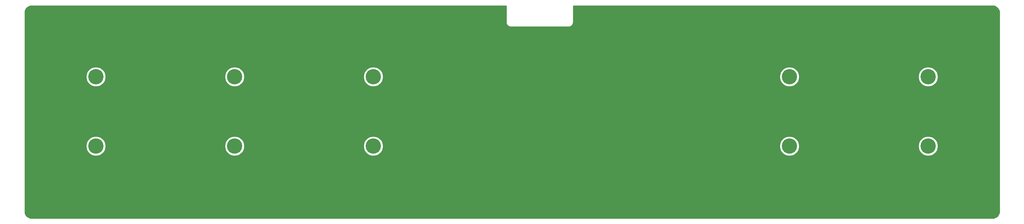
<source format=gbr>
G04 #@! TF.GenerationSoftware,KiCad,Pcbnew,(5.1.7)-1*
G04 #@! TF.CreationDate,2021-01-09T22:52:11+09:00*
G04 #@! TF.ProjectId,barracuda_bottom,62617272-6163-4756-9461-5f626f74746f,rev?*
G04 #@! TF.SameCoordinates,Original*
G04 #@! TF.FileFunction,Copper,L1,Top*
G04 #@! TF.FilePolarity,Positive*
%FSLAX46Y46*%
G04 Gerber Fmt 4.6, Leading zero omitted, Abs format (unit mm)*
G04 Created by KiCad (PCBNEW (5.1.7)-1) date 2021-01-09 22:52:11*
%MOMM*%
%LPD*%
G01*
G04 APERTURE LIST*
G04 #@! TA.AperFunction,ComponentPad*
%ADD10C,4.200000*%
G04 #@! TD*
G04 #@! TA.AperFunction,NonConductor*
%ADD11C,0.254000*%
G04 #@! TD*
G04 #@! TA.AperFunction,NonConductor*
%ADD12C,0.100000*%
G04 #@! TD*
G04 APERTURE END LIST*
D10*
X250025000Y-78575000D03*
X288125000Y-78575000D03*
X97625000Y-59525000D03*
X97625000Y-78575000D03*
X288125000Y-59525000D03*
X135725000Y-59525000D03*
X250025000Y-59525000D03*
X135725000Y-78575000D03*
X59525000Y-78575000D03*
X59525000Y-59525000D03*
D11*
X172186513Y-40030666D02*
X172187000Y-40035301D01*
X172187001Y-44545919D01*
X172189758Y-44573910D01*
X172189731Y-44577755D01*
X172190631Y-44586926D01*
X172203586Y-44710177D01*
X172215615Y-44768774D01*
X172226822Y-44827528D01*
X172229486Y-44836350D01*
X172266133Y-44954738D01*
X172289308Y-45009868D01*
X172311722Y-45065347D01*
X172316049Y-45073483D01*
X172374992Y-45182498D01*
X172408437Y-45232082D01*
X172441197Y-45282145D01*
X172447022Y-45289286D01*
X172526018Y-45384776D01*
X172568467Y-45426930D01*
X172610315Y-45469665D01*
X172617416Y-45475539D01*
X172713455Y-45553867D01*
X172763281Y-45586972D01*
X172812638Y-45620767D01*
X172820744Y-45625150D01*
X172930167Y-45683332D01*
X172985459Y-45706121D01*
X173040455Y-45729693D01*
X173049258Y-45732418D01*
X173167899Y-45768237D01*
X173226583Y-45779857D01*
X173285094Y-45792294D01*
X173294250Y-45793256D01*
X173294255Y-45793257D01*
X173294259Y-45793257D01*
X173417597Y-45805350D01*
X173417598Y-45805350D01*
X173449581Y-45808500D01*
X189389419Y-45808500D01*
X189417419Y-45805742D01*
X189421255Y-45805769D01*
X189430426Y-45804869D01*
X189553677Y-45791914D01*
X189612274Y-45779885D01*
X189671028Y-45768678D01*
X189679850Y-45766014D01*
X189798238Y-45729367D01*
X189853368Y-45706192D01*
X189908847Y-45683778D01*
X189916983Y-45679451D01*
X190025998Y-45620508D01*
X190075582Y-45587063D01*
X190125645Y-45554303D01*
X190132786Y-45548478D01*
X190228276Y-45469482D01*
X190270430Y-45427033D01*
X190313165Y-45385185D01*
X190319039Y-45378084D01*
X190397367Y-45282045D01*
X190430472Y-45232219D01*
X190464267Y-45182862D01*
X190468650Y-45174756D01*
X190526832Y-45065333D01*
X190549621Y-45010041D01*
X190573193Y-44955045D01*
X190575918Y-44946242D01*
X190611737Y-44827601D01*
X190623359Y-44768908D01*
X190635794Y-44710406D01*
X190636756Y-44701250D01*
X190636757Y-44701245D01*
X190636757Y-44701241D01*
X190648850Y-44577903D01*
X190648850Y-44577902D01*
X190652000Y-44545919D01*
X190652000Y-40037275D01*
X190652666Y-40030487D01*
X190657301Y-40030000D01*
X305783721Y-40030000D01*
X306180545Y-40068909D01*
X306531208Y-40174780D01*
X306854625Y-40346744D01*
X307138484Y-40578254D01*
X307371965Y-40860486D01*
X307546183Y-41182695D01*
X307654502Y-41532614D01*
X307696001Y-41927452D01*
X307696000Y-96487721D01*
X307657091Y-96884545D01*
X307551220Y-97235206D01*
X307379257Y-97558623D01*
X307147748Y-97842482D01*
X306865514Y-98075965D01*
X306543304Y-98250184D01*
X306193385Y-98358502D01*
X305798557Y-98400000D01*
X41942279Y-98400000D01*
X41545455Y-98361091D01*
X41194794Y-98255220D01*
X40871377Y-98083257D01*
X40587518Y-97851748D01*
X40354035Y-97569514D01*
X40179816Y-97247304D01*
X40071498Y-96897385D01*
X40030000Y-96502557D01*
X40030000Y-78305626D01*
X56790000Y-78305626D01*
X56790000Y-78844374D01*
X56895105Y-79372770D01*
X57101275Y-79870508D01*
X57400587Y-80318461D01*
X57781539Y-80699413D01*
X58229492Y-80998725D01*
X58727230Y-81204895D01*
X59255626Y-81310000D01*
X59794374Y-81310000D01*
X60322770Y-81204895D01*
X60820508Y-80998725D01*
X61268461Y-80699413D01*
X61649413Y-80318461D01*
X61948725Y-79870508D01*
X62154895Y-79372770D01*
X62260000Y-78844374D01*
X62260000Y-78305626D01*
X94890000Y-78305626D01*
X94890000Y-78844374D01*
X94995105Y-79372770D01*
X95201275Y-79870508D01*
X95500587Y-80318461D01*
X95881539Y-80699413D01*
X96329492Y-80998725D01*
X96827230Y-81204895D01*
X97355626Y-81310000D01*
X97894374Y-81310000D01*
X98422770Y-81204895D01*
X98920508Y-80998725D01*
X99368461Y-80699413D01*
X99749413Y-80318461D01*
X100048725Y-79870508D01*
X100254895Y-79372770D01*
X100360000Y-78844374D01*
X100360000Y-78305626D01*
X132990000Y-78305626D01*
X132990000Y-78844374D01*
X133095105Y-79372770D01*
X133301275Y-79870508D01*
X133600587Y-80318461D01*
X133981539Y-80699413D01*
X134429492Y-80998725D01*
X134927230Y-81204895D01*
X135455626Y-81310000D01*
X135994374Y-81310000D01*
X136522770Y-81204895D01*
X137020508Y-80998725D01*
X137468461Y-80699413D01*
X137849413Y-80318461D01*
X138148725Y-79870508D01*
X138354895Y-79372770D01*
X138460000Y-78844374D01*
X138460000Y-78305626D01*
X247290000Y-78305626D01*
X247290000Y-78844374D01*
X247395105Y-79372770D01*
X247601275Y-79870508D01*
X247900587Y-80318461D01*
X248281539Y-80699413D01*
X248729492Y-80998725D01*
X249227230Y-81204895D01*
X249755626Y-81310000D01*
X250294374Y-81310000D01*
X250822770Y-81204895D01*
X251320508Y-80998725D01*
X251768461Y-80699413D01*
X252149413Y-80318461D01*
X252448725Y-79870508D01*
X252654895Y-79372770D01*
X252760000Y-78844374D01*
X252760000Y-78305626D01*
X285390000Y-78305626D01*
X285390000Y-78844374D01*
X285495105Y-79372770D01*
X285701275Y-79870508D01*
X286000587Y-80318461D01*
X286381539Y-80699413D01*
X286829492Y-80998725D01*
X287327230Y-81204895D01*
X287855626Y-81310000D01*
X288394374Y-81310000D01*
X288922770Y-81204895D01*
X289420508Y-80998725D01*
X289868461Y-80699413D01*
X290249413Y-80318461D01*
X290548725Y-79870508D01*
X290754895Y-79372770D01*
X290860000Y-78844374D01*
X290860000Y-78305626D01*
X290754895Y-77777230D01*
X290548725Y-77279492D01*
X290249413Y-76831539D01*
X289868461Y-76450587D01*
X289420508Y-76151275D01*
X288922770Y-75945105D01*
X288394374Y-75840000D01*
X287855626Y-75840000D01*
X287327230Y-75945105D01*
X286829492Y-76151275D01*
X286381539Y-76450587D01*
X286000587Y-76831539D01*
X285701275Y-77279492D01*
X285495105Y-77777230D01*
X285390000Y-78305626D01*
X252760000Y-78305626D01*
X252654895Y-77777230D01*
X252448725Y-77279492D01*
X252149413Y-76831539D01*
X251768461Y-76450587D01*
X251320508Y-76151275D01*
X250822770Y-75945105D01*
X250294374Y-75840000D01*
X249755626Y-75840000D01*
X249227230Y-75945105D01*
X248729492Y-76151275D01*
X248281539Y-76450587D01*
X247900587Y-76831539D01*
X247601275Y-77279492D01*
X247395105Y-77777230D01*
X247290000Y-78305626D01*
X138460000Y-78305626D01*
X138354895Y-77777230D01*
X138148725Y-77279492D01*
X137849413Y-76831539D01*
X137468461Y-76450587D01*
X137020508Y-76151275D01*
X136522770Y-75945105D01*
X135994374Y-75840000D01*
X135455626Y-75840000D01*
X134927230Y-75945105D01*
X134429492Y-76151275D01*
X133981539Y-76450587D01*
X133600587Y-76831539D01*
X133301275Y-77279492D01*
X133095105Y-77777230D01*
X132990000Y-78305626D01*
X100360000Y-78305626D01*
X100254895Y-77777230D01*
X100048725Y-77279492D01*
X99749413Y-76831539D01*
X99368461Y-76450587D01*
X98920508Y-76151275D01*
X98422770Y-75945105D01*
X97894374Y-75840000D01*
X97355626Y-75840000D01*
X96827230Y-75945105D01*
X96329492Y-76151275D01*
X95881539Y-76450587D01*
X95500587Y-76831539D01*
X95201275Y-77279492D01*
X94995105Y-77777230D01*
X94890000Y-78305626D01*
X62260000Y-78305626D01*
X62154895Y-77777230D01*
X61948725Y-77279492D01*
X61649413Y-76831539D01*
X61268461Y-76450587D01*
X60820508Y-76151275D01*
X60322770Y-75945105D01*
X59794374Y-75840000D01*
X59255626Y-75840000D01*
X58727230Y-75945105D01*
X58229492Y-76151275D01*
X57781539Y-76450587D01*
X57400587Y-76831539D01*
X57101275Y-77279492D01*
X56895105Y-77777230D01*
X56790000Y-78305626D01*
X40030000Y-78305626D01*
X40030000Y-59255626D01*
X56790000Y-59255626D01*
X56790000Y-59794374D01*
X56895105Y-60322770D01*
X57101275Y-60820508D01*
X57400587Y-61268461D01*
X57781539Y-61649413D01*
X58229492Y-61948725D01*
X58727230Y-62154895D01*
X59255626Y-62260000D01*
X59794374Y-62260000D01*
X60322770Y-62154895D01*
X60820508Y-61948725D01*
X61268461Y-61649413D01*
X61649413Y-61268461D01*
X61948725Y-60820508D01*
X62154895Y-60322770D01*
X62260000Y-59794374D01*
X62260000Y-59255626D01*
X94890000Y-59255626D01*
X94890000Y-59794374D01*
X94995105Y-60322770D01*
X95201275Y-60820508D01*
X95500587Y-61268461D01*
X95881539Y-61649413D01*
X96329492Y-61948725D01*
X96827230Y-62154895D01*
X97355626Y-62260000D01*
X97894374Y-62260000D01*
X98422770Y-62154895D01*
X98920508Y-61948725D01*
X99368461Y-61649413D01*
X99749413Y-61268461D01*
X100048725Y-60820508D01*
X100254895Y-60322770D01*
X100360000Y-59794374D01*
X100360000Y-59255626D01*
X132990000Y-59255626D01*
X132990000Y-59794374D01*
X133095105Y-60322770D01*
X133301275Y-60820508D01*
X133600587Y-61268461D01*
X133981539Y-61649413D01*
X134429492Y-61948725D01*
X134927230Y-62154895D01*
X135455626Y-62260000D01*
X135994374Y-62260000D01*
X136522770Y-62154895D01*
X137020508Y-61948725D01*
X137468461Y-61649413D01*
X137849413Y-61268461D01*
X138148725Y-60820508D01*
X138354895Y-60322770D01*
X138460000Y-59794374D01*
X138460000Y-59255626D01*
X247290000Y-59255626D01*
X247290000Y-59794374D01*
X247395105Y-60322770D01*
X247601275Y-60820508D01*
X247900587Y-61268461D01*
X248281539Y-61649413D01*
X248729492Y-61948725D01*
X249227230Y-62154895D01*
X249755626Y-62260000D01*
X250294374Y-62260000D01*
X250822770Y-62154895D01*
X251320508Y-61948725D01*
X251768461Y-61649413D01*
X252149413Y-61268461D01*
X252448725Y-60820508D01*
X252654895Y-60322770D01*
X252760000Y-59794374D01*
X252760000Y-59255626D01*
X285390000Y-59255626D01*
X285390000Y-59794374D01*
X285495105Y-60322770D01*
X285701275Y-60820508D01*
X286000587Y-61268461D01*
X286381539Y-61649413D01*
X286829492Y-61948725D01*
X287327230Y-62154895D01*
X287855626Y-62260000D01*
X288394374Y-62260000D01*
X288922770Y-62154895D01*
X289420508Y-61948725D01*
X289868461Y-61649413D01*
X290249413Y-61268461D01*
X290548725Y-60820508D01*
X290754895Y-60322770D01*
X290860000Y-59794374D01*
X290860000Y-59255626D01*
X290754895Y-58727230D01*
X290548725Y-58229492D01*
X290249413Y-57781539D01*
X289868461Y-57400587D01*
X289420508Y-57101275D01*
X288922770Y-56895105D01*
X288394374Y-56790000D01*
X287855626Y-56790000D01*
X287327230Y-56895105D01*
X286829492Y-57101275D01*
X286381539Y-57400587D01*
X286000587Y-57781539D01*
X285701275Y-58229492D01*
X285495105Y-58727230D01*
X285390000Y-59255626D01*
X252760000Y-59255626D01*
X252654895Y-58727230D01*
X252448725Y-58229492D01*
X252149413Y-57781539D01*
X251768461Y-57400587D01*
X251320508Y-57101275D01*
X250822770Y-56895105D01*
X250294374Y-56790000D01*
X249755626Y-56790000D01*
X249227230Y-56895105D01*
X248729492Y-57101275D01*
X248281539Y-57400587D01*
X247900587Y-57781539D01*
X247601275Y-58229492D01*
X247395105Y-58727230D01*
X247290000Y-59255626D01*
X138460000Y-59255626D01*
X138354895Y-58727230D01*
X138148725Y-58229492D01*
X137849413Y-57781539D01*
X137468461Y-57400587D01*
X137020508Y-57101275D01*
X136522770Y-56895105D01*
X135994374Y-56790000D01*
X135455626Y-56790000D01*
X134927230Y-56895105D01*
X134429492Y-57101275D01*
X133981539Y-57400587D01*
X133600587Y-57781539D01*
X133301275Y-58229492D01*
X133095105Y-58727230D01*
X132990000Y-59255626D01*
X100360000Y-59255626D01*
X100254895Y-58727230D01*
X100048725Y-58229492D01*
X99749413Y-57781539D01*
X99368461Y-57400587D01*
X98920508Y-57101275D01*
X98422770Y-56895105D01*
X97894374Y-56790000D01*
X97355626Y-56790000D01*
X96827230Y-56895105D01*
X96329492Y-57101275D01*
X95881539Y-57400587D01*
X95500587Y-57781539D01*
X95201275Y-58229492D01*
X94995105Y-58727230D01*
X94890000Y-59255626D01*
X62260000Y-59255626D01*
X62154895Y-58727230D01*
X61948725Y-58229492D01*
X61649413Y-57781539D01*
X61268461Y-57400587D01*
X60820508Y-57101275D01*
X60322770Y-56895105D01*
X59794374Y-56790000D01*
X59255626Y-56790000D01*
X58727230Y-56895105D01*
X58229492Y-57101275D01*
X57781539Y-57400587D01*
X57400587Y-57781539D01*
X57101275Y-58229492D01*
X56895105Y-58727230D01*
X56790000Y-59255626D01*
X40030000Y-59255626D01*
X40030000Y-41942279D01*
X40068909Y-41545455D01*
X40174780Y-41194792D01*
X40346744Y-40871375D01*
X40578254Y-40587516D01*
X40860486Y-40354035D01*
X41182695Y-40179817D01*
X41532614Y-40071498D01*
X41927443Y-40030000D01*
X172179725Y-40030000D01*
X172186513Y-40030666D01*
G04 #@! TA.AperFunction,NonConductor*
D12*
G36*
X172186513Y-40030666D02*
G01*
X172187000Y-40035301D01*
X172187001Y-44545919D01*
X172189758Y-44573910D01*
X172189731Y-44577755D01*
X172190631Y-44586926D01*
X172203586Y-44710177D01*
X172215615Y-44768774D01*
X172226822Y-44827528D01*
X172229486Y-44836350D01*
X172266133Y-44954738D01*
X172289308Y-45009868D01*
X172311722Y-45065347D01*
X172316049Y-45073483D01*
X172374992Y-45182498D01*
X172408437Y-45232082D01*
X172441197Y-45282145D01*
X172447022Y-45289286D01*
X172526018Y-45384776D01*
X172568467Y-45426930D01*
X172610315Y-45469665D01*
X172617416Y-45475539D01*
X172713455Y-45553867D01*
X172763281Y-45586972D01*
X172812638Y-45620767D01*
X172820744Y-45625150D01*
X172930167Y-45683332D01*
X172985459Y-45706121D01*
X173040455Y-45729693D01*
X173049258Y-45732418D01*
X173167899Y-45768237D01*
X173226583Y-45779857D01*
X173285094Y-45792294D01*
X173294250Y-45793256D01*
X173294255Y-45793257D01*
X173294259Y-45793257D01*
X173417597Y-45805350D01*
X173417598Y-45805350D01*
X173449581Y-45808500D01*
X189389419Y-45808500D01*
X189417419Y-45805742D01*
X189421255Y-45805769D01*
X189430426Y-45804869D01*
X189553677Y-45791914D01*
X189612274Y-45779885D01*
X189671028Y-45768678D01*
X189679850Y-45766014D01*
X189798238Y-45729367D01*
X189853368Y-45706192D01*
X189908847Y-45683778D01*
X189916983Y-45679451D01*
X190025998Y-45620508D01*
X190075582Y-45587063D01*
X190125645Y-45554303D01*
X190132786Y-45548478D01*
X190228276Y-45469482D01*
X190270430Y-45427033D01*
X190313165Y-45385185D01*
X190319039Y-45378084D01*
X190397367Y-45282045D01*
X190430472Y-45232219D01*
X190464267Y-45182862D01*
X190468650Y-45174756D01*
X190526832Y-45065333D01*
X190549621Y-45010041D01*
X190573193Y-44955045D01*
X190575918Y-44946242D01*
X190611737Y-44827601D01*
X190623359Y-44768908D01*
X190635794Y-44710406D01*
X190636756Y-44701250D01*
X190636757Y-44701245D01*
X190636757Y-44701241D01*
X190648850Y-44577903D01*
X190648850Y-44577902D01*
X190652000Y-44545919D01*
X190652000Y-40037275D01*
X190652666Y-40030487D01*
X190657301Y-40030000D01*
X305783721Y-40030000D01*
X306180545Y-40068909D01*
X306531208Y-40174780D01*
X306854625Y-40346744D01*
X307138484Y-40578254D01*
X307371965Y-40860486D01*
X307546183Y-41182695D01*
X307654502Y-41532614D01*
X307696001Y-41927452D01*
X307696000Y-96487721D01*
X307657091Y-96884545D01*
X307551220Y-97235206D01*
X307379257Y-97558623D01*
X307147748Y-97842482D01*
X306865514Y-98075965D01*
X306543304Y-98250184D01*
X306193385Y-98358502D01*
X305798557Y-98400000D01*
X41942279Y-98400000D01*
X41545455Y-98361091D01*
X41194794Y-98255220D01*
X40871377Y-98083257D01*
X40587518Y-97851748D01*
X40354035Y-97569514D01*
X40179816Y-97247304D01*
X40071498Y-96897385D01*
X40030000Y-96502557D01*
X40030000Y-78305626D01*
X56790000Y-78305626D01*
X56790000Y-78844374D01*
X56895105Y-79372770D01*
X57101275Y-79870508D01*
X57400587Y-80318461D01*
X57781539Y-80699413D01*
X58229492Y-80998725D01*
X58727230Y-81204895D01*
X59255626Y-81310000D01*
X59794374Y-81310000D01*
X60322770Y-81204895D01*
X60820508Y-80998725D01*
X61268461Y-80699413D01*
X61649413Y-80318461D01*
X61948725Y-79870508D01*
X62154895Y-79372770D01*
X62260000Y-78844374D01*
X62260000Y-78305626D01*
X94890000Y-78305626D01*
X94890000Y-78844374D01*
X94995105Y-79372770D01*
X95201275Y-79870508D01*
X95500587Y-80318461D01*
X95881539Y-80699413D01*
X96329492Y-80998725D01*
X96827230Y-81204895D01*
X97355626Y-81310000D01*
X97894374Y-81310000D01*
X98422770Y-81204895D01*
X98920508Y-80998725D01*
X99368461Y-80699413D01*
X99749413Y-80318461D01*
X100048725Y-79870508D01*
X100254895Y-79372770D01*
X100360000Y-78844374D01*
X100360000Y-78305626D01*
X132990000Y-78305626D01*
X132990000Y-78844374D01*
X133095105Y-79372770D01*
X133301275Y-79870508D01*
X133600587Y-80318461D01*
X133981539Y-80699413D01*
X134429492Y-80998725D01*
X134927230Y-81204895D01*
X135455626Y-81310000D01*
X135994374Y-81310000D01*
X136522770Y-81204895D01*
X137020508Y-80998725D01*
X137468461Y-80699413D01*
X137849413Y-80318461D01*
X138148725Y-79870508D01*
X138354895Y-79372770D01*
X138460000Y-78844374D01*
X138460000Y-78305626D01*
X247290000Y-78305626D01*
X247290000Y-78844374D01*
X247395105Y-79372770D01*
X247601275Y-79870508D01*
X247900587Y-80318461D01*
X248281539Y-80699413D01*
X248729492Y-80998725D01*
X249227230Y-81204895D01*
X249755626Y-81310000D01*
X250294374Y-81310000D01*
X250822770Y-81204895D01*
X251320508Y-80998725D01*
X251768461Y-80699413D01*
X252149413Y-80318461D01*
X252448725Y-79870508D01*
X252654895Y-79372770D01*
X252760000Y-78844374D01*
X252760000Y-78305626D01*
X285390000Y-78305626D01*
X285390000Y-78844374D01*
X285495105Y-79372770D01*
X285701275Y-79870508D01*
X286000587Y-80318461D01*
X286381539Y-80699413D01*
X286829492Y-80998725D01*
X287327230Y-81204895D01*
X287855626Y-81310000D01*
X288394374Y-81310000D01*
X288922770Y-81204895D01*
X289420508Y-80998725D01*
X289868461Y-80699413D01*
X290249413Y-80318461D01*
X290548725Y-79870508D01*
X290754895Y-79372770D01*
X290860000Y-78844374D01*
X290860000Y-78305626D01*
X290754895Y-77777230D01*
X290548725Y-77279492D01*
X290249413Y-76831539D01*
X289868461Y-76450587D01*
X289420508Y-76151275D01*
X288922770Y-75945105D01*
X288394374Y-75840000D01*
X287855626Y-75840000D01*
X287327230Y-75945105D01*
X286829492Y-76151275D01*
X286381539Y-76450587D01*
X286000587Y-76831539D01*
X285701275Y-77279492D01*
X285495105Y-77777230D01*
X285390000Y-78305626D01*
X252760000Y-78305626D01*
X252654895Y-77777230D01*
X252448725Y-77279492D01*
X252149413Y-76831539D01*
X251768461Y-76450587D01*
X251320508Y-76151275D01*
X250822770Y-75945105D01*
X250294374Y-75840000D01*
X249755626Y-75840000D01*
X249227230Y-75945105D01*
X248729492Y-76151275D01*
X248281539Y-76450587D01*
X247900587Y-76831539D01*
X247601275Y-77279492D01*
X247395105Y-77777230D01*
X247290000Y-78305626D01*
X138460000Y-78305626D01*
X138354895Y-77777230D01*
X138148725Y-77279492D01*
X137849413Y-76831539D01*
X137468461Y-76450587D01*
X137020508Y-76151275D01*
X136522770Y-75945105D01*
X135994374Y-75840000D01*
X135455626Y-75840000D01*
X134927230Y-75945105D01*
X134429492Y-76151275D01*
X133981539Y-76450587D01*
X133600587Y-76831539D01*
X133301275Y-77279492D01*
X133095105Y-77777230D01*
X132990000Y-78305626D01*
X100360000Y-78305626D01*
X100254895Y-77777230D01*
X100048725Y-77279492D01*
X99749413Y-76831539D01*
X99368461Y-76450587D01*
X98920508Y-76151275D01*
X98422770Y-75945105D01*
X97894374Y-75840000D01*
X97355626Y-75840000D01*
X96827230Y-75945105D01*
X96329492Y-76151275D01*
X95881539Y-76450587D01*
X95500587Y-76831539D01*
X95201275Y-77279492D01*
X94995105Y-77777230D01*
X94890000Y-78305626D01*
X62260000Y-78305626D01*
X62154895Y-77777230D01*
X61948725Y-77279492D01*
X61649413Y-76831539D01*
X61268461Y-76450587D01*
X60820508Y-76151275D01*
X60322770Y-75945105D01*
X59794374Y-75840000D01*
X59255626Y-75840000D01*
X58727230Y-75945105D01*
X58229492Y-76151275D01*
X57781539Y-76450587D01*
X57400587Y-76831539D01*
X57101275Y-77279492D01*
X56895105Y-77777230D01*
X56790000Y-78305626D01*
X40030000Y-78305626D01*
X40030000Y-59255626D01*
X56790000Y-59255626D01*
X56790000Y-59794374D01*
X56895105Y-60322770D01*
X57101275Y-60820508D01*
X57400587Y-61268461D01*
X57781539Y-61649413D01*
X58229492Y-61948725D01*
X58727230Y-62154895D01*
X59255626Y-62260000D01*
X59794374Y-62260000D01*
X60322770Y-62154895D01*
X60820508Y-61948725D01*
X61268461Y-61649413D01*
X61649413Y-61268461D01*
X61948725Y-60820508D01*
X62154895Y-60322770D01*
X62260000Y-59794374D01*
X62260000Y-59255626D01*
X94890000Y-59255626D01*
X94890000Y-59794374D01*
X94995105Y-60322770D01*
X95201275Y-60820508D01*
X95500587Y-61268461D01*
X95881539Y-61649413D01*
X96329492Y-61948725D01*
X96827230Y-62154895D01*
X97355626Y-62260000D01*
X97894374Y-62260000D01*
X98422770Y-62154895D01*
X98920508Y-61948725D01*
X99368461Y-61649413D01*
X99749413Y-61268461D01*
X100048725Y-60820508D01*
X100254895Y-60322770D01*
X100360000Y-59794374D01*
X100360000Y-59255626D01*
X132990000Y-59255626D01*
X132990000Y-59794374D01*
X133095105Y-60322770D01*
X133301275Y-60820508D01*
X133600587Y-61268461D01*
X133981539Y-61649413D01*
X134429492Y-61948725D01*
X134927230Y-62154895D01*
X135455626Y-62260000D01*
X135994374Y-62260000D01*
X136522770Y-62154895D01*
X137020508Y-61948725D01*
X137468461Y-61649413D01*
X137849413Y-61268461D01*
X138148725Y-60820508D01*
X138354895Y-60322770D01*
X138460000Y-59794374D01*
X138460000Y-59255626D01*
X247290000Y-59255626D01*
X247290000Y-59794374D01*
X247395105Y-60322770D01*
X247601275Y-60820508D01*
X247900587Y-61268461D01*
X248281539Y-61649413D01*
X248729492Y-61948725D01*
X249227230Y-62154895D01*
X249755626Y-62260000D01*
X250294374Y-62260000D01*
X250822770Y-62154895D01*
X251320508Y-61948725D01*
X251768461Y-61649413D01*
X252149413Y-61268461D01*
X252448725Y-60820508D01*
X252654895Y-60322770D01*
X252760000Y-59794374D01*
X252760000Y-59255626D01*
X285390000Y-59255626D01*
X285390000Y-59794374D01*
X285495105Y-60322770D01*
X285701275Y-60820508D01*
X286000587Y-61268461D01*
X286381539Y-61649413D01*
X286829492Y-61948725D01*
X287327230Y-62154895D01*
X287855626Y-62260000D01*
X288394374Y-62260000D01*
X288922770Y-62154895D01*
X289420508Y-61948725D01*
X289868461Y-61649413D01*
X290249413Y-61268461D01*
X290548725Y-60820508D01*
X290754895Y-60322770D01*
X290860000Y-59794374D01*
X290860000Y-59255626D01*
X290754895Y-58727230D01*
X290548725Y-58229492D01*
X290249413Y-57781539D01*
X289868461Y-57400587D01*
X289420508Y-57101275D01*
X288922770Y-56895105D01*
X288394374Y-56790000D01*
X287855626Y-56790000D01*
X287327230Y-56895105D01*
X286829492Y-57101275D01*
X286381539Y-57400587D01*
X286000587Y-57781539D01*
X285701275Y-58229492D01*
X285495105Y-58727230D01*
X285390000Y-59255626D01*
X252760000Y-59255626D01*
X252654895Y-58727230D01*
X252448725Y-58229492D01*
X252149413Y-57781539D01*
X251768461Y-57400587D01*
X251320508Y-57101275D01*
X250822770Y-56895105D01*
X250294374Y-56790000D01*
X249755626Y-56790000D01*
X249227230Y-56895105D01*
X248729492Y-57101275D01*
X248281539Y-57400587D01*
X247900587Y-57781539D01*
X247601275Y-58229492D01*
X247395105Y-58727230D01*
X247290000Y-59255626D01*
X138460000Y-59255626D01*
X138354895Y-58727230D01*
X138148725Y-58229492D01*
X137849413Y-57781539D01*
X137468461Y-57400587D01*
X137020508Y-57101275D01*
X136522770Y-56895105D01*
X135994374Y-56790000D01*
X135455626Y-56790000D01*
X134927230Y-56895105D01*
X134429492Y-57101275D01*
X133981539Y-57400587D01*
X133600587Y-57781539D01*
X133301275Y-58229492D01*
X133095105Y-58727230D01*
X132990000Y-59255626D01*
X100360000Y-59255626D01*
X100254895Y-58727230D01*
X100048725Y-58229492D01*
X99749413Y-57781539D01*
X99368461Y-57400587D01*
X98920508Y-57101275D01*
X98422770Y-56895105D01*
X97894374Y-56790000D01*
X97355626Y-56790000D01*
X96827230Y-56895105D01*
X96329492Y-57101275D01*
X95881539Y-57400587D01*
X95500587Y-57781539D01*
X95201275Y-58229492D01*
X94995105Y-58727230D01*
X94890000Y-59255626D01*
X62260000Y-59255626D01*
X62154895Y-58727230D01*
X61948725Y-58229492D01*
X61649413Y-57781539D01*
X61268461Y-57400587D01*
X60820508Y-57101275D01*
X60322770Y-56895105D01*
X59794374Y-56790000D01*
X59255626Y-56790000D01*
X58727230Y-56895105D01*
X58229492Y-57101275D01*
X57781539Y-57400587D01*
X57400587Y-57781539D01*
X57101275Y-58229492D01*
X56895105Y-58727230D01*
X56790000Y-59255626D01*
X40030000Y-59255626D01*
X40030000Y-41942279D01*
X40068909Y-41545455D01*
X40174780Y-41194792D01*
X40346744Y-40871375D01*
X40578254Y-40587516D01*
X40860486Y-40354035D01*
X41182695Y-40179817D01*
X41532614Y-40071498D01*
X41927443Y-40030000D01*
X172179725Y-40030000D01*
X172186513Y-40030666D01*
G37*
G04 #@! TD.AperFunction*
M02*

</source>
